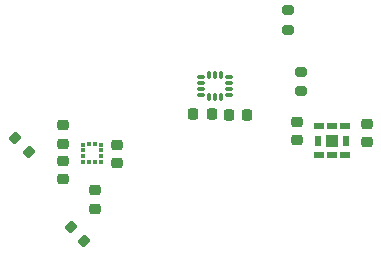
<source format=gtp>
G04 #@! TF.GenerationSoftware,KiCad,Pcbnew,8.0.1*
G04 #@! TF.CreationDate,2025-02-17T15:23:15+05:00*
G04 #@! TF.ProjectId,Sensors,53656e73-6f72-4732-9e6b-696361645f70,rev?*
G04 #@! TF.SameCoordinates,Original*
G04 #@! TF.FileFunction,Paste,Top*
G04 #@! TF.FilePolarity,Positive*
%FSLAX46Y46*%
G04 Gerber Fmt 4.6, Leading zero omitted, Abs format (unit mm)*
G04 Created by KiCad (PCBNEW 8.0.1) date 2025-02-17 15:23:15*
%MOMM*%
%LPD*%
G01*
G04 APERTURE LIST*
G04 Aperture macros list*
%AMRoundRect*
0 Rectangle with rounded corners*
0 $1 Rounding radius*
0 $2 $3 $4 $5 $6 $7 $8 $9 X,Y pos of 4 corners*
0 Add a 4 corners polygon primitive as box body*
4,1,4,$2,$3,$4,$5,$6,$7,$8,$9,$2,$3,0*
0 Add four circle primitives for the rounded corners*
1,1,$1+$1,$2,$3*
1,1,$1+$1,$4,$5*
1,1,$1+$1,$6,$7*
1,1,$1+$1,$8,$9*
0 Add four rect primitives between the rounded corners*
20,1,$1+$1,$2,$3,$4,$5,0*
20,1,$1+$1,$4,$5,$6,$7,0*
20,1,$1+$1,$6,$7,$8,$9,0*
20,1,$1+$1,$8,$9,$2,$3,0*%
G04 Aperture macros list end*
%ADD10RoundRect,0.225000X0.250000X-0.225000X0.250000X0.225000X-0.250000X0.225000X-0.250000X-0.225000X0*%
%ADD11RoundRect,0.200000X-0.335876X-0.053033X-0.053033X-0.335876X0.335876X0.053033X0.053033X0.335876X0*%
%ADD12RoundRect,0.225000X0.225000X0.250000X-0.225000X0.250000X-0.225000X-0.250000X0.225000X-0.250000X0*%
%ADD13RoundRect,0.200000X0.335876X0.053033X0.053033X0.335876X-0.335876X-0.053033X-0.053033X-0.335876X0*%
%ADD14R,0.375000X0.350000*%
%ADD15R,0.350000X0.375000*%
%ADD16RoundRect,0.200000X-0.275000X0.200000X-0.275000X-0.200000X0.275000X-0.200000X0.275000X0.200000X0*%
%ADD17R,0.838200X0.609600*%
%ADD18R,0.609600X0.838200*%
%ADD19R,1.066800X1.066800*%
%ADD20RoundRect,0.087500X-0.225000X-0.087500X0.225000X-0.087500X0.225000X0.087500X-0.225000X0.087500X0*%
%ADD21RoundRect,0.087500X-0.087500X-0.225000X0.087500X-0.225000X0.087500X0.225000X-0.087500X0.225000X0*%
%ADD22RoundRect,0.225000X-0.250000X0.225000X-0.250000X-0.225000X0.250000X-0.225000X0.250000X0.225000X0*%
%ADD23RoundRect,0.200000X0.275000X-0.200000X0.275000X0.200000X-0.275000X0.200000X-0.275000X-0.200000X0*%
G04 APERTURE END LIST*
D10*
X185975000Y-111875000D03*
X185975000Y-110325000D03*
D11*
X156216637Y-111566637D03*
X157383363Y-112733363D03*
D12*
X172825000Y-109550000D03*
X171275000Y-109550000D03*
D10*
X180075000Y-111725000D03*
X180075000Y-110175000D03*
D13*
X162058363Y-120233363D03*
X160891637Y-119066637D03*
D12*
X175825000Y-109575000D03*
X174275000Y-109575000D03*
D14*
X161900000Y-112100000D03*
X161900000Y-112600000D03*
X161900000Y-113100000D03*
X161900000Y-113600000D03*
D15*
X162412500Y-113612500D03*
X162912500Y-113612500D03*
D14*
X163425000Y-113600000D03*
X163425000Y-113100000D03*
X163425000Y-112600000D03*
X163425000Y-112100000D03*
D15*
X162912500Y-112087500D03*
X162412500Y-112087500D03*
D16*
X179275000Y-100725000D03*
X179275000Y-102375000D03*
D17*
X181925000Y-112994200D03*
X183025000Y-112994201D03*
X184125000Y-112994200D03*
D18*
X184244201Y-111775000D03*
D17*
X184125000Y-110555800D03*
X183025000Y-110555799D03*
X181925000Y-110555800D03*
D18*
X181805799Y-111775000D03*
D19*
X183025000Y-111775000D03*
D10*
X160275000Y-115025000D03*
X160275000Y-113475000D03*
D20*
X171962500Y-106400000D03*
X171962500Y-106900000D03*
X171962500Y-107400000D03*
X171962500Y-107900000D03*
D21*
X172625000Y-108062500D03*
X173125000Y-108062500D03*
X173625000Y-108062500D03*
D20*
X174287500Y-107900000D03*
X174287500Y-107400000D03*
X174287500Y-106900000D03*
X174287500Y-106400000D03*
D21*
X173625000Y-106237500D03*
X173125000Y-106237500D03*
X172625000Y-106237500D03*
D22*
X164850000Y-112150000D03*
X164850000Y-113700000D03*
D23*
X180375000Y-107575000D03*
X180375000Y-105925000D03*
D22*
X160250000Y-110475000D03*
X160250000Y-112025000D03*
X162975000Y-115975000D03*
X162975000Y-117525000D03*
M02*

</source>
